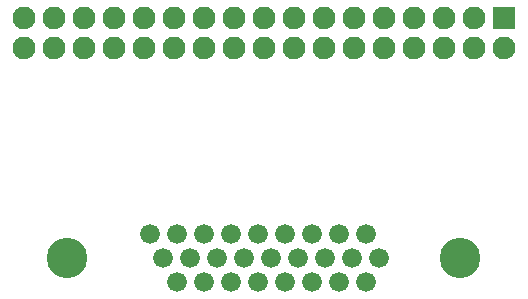
<source format=gbr>
G04 start of page 7 for group -4062 idx -4062 *
G04 Title: (unknown), soldermask *
G04 Creator: pcb 20110918 *
G04 CreationDate: Wed 06 Jul 2016 08:46:05 AM GMT UTC *
G04 For: thomasc *
G04 Format: Gerber/RS-274X *
G04 PCB-Dimensions: 190000 192500 *
G04 PCB-Coordinate-Origin: lower left *
%MOIN*%
%FSLAX25Y25*%
%LNBOTTOMMASK*%
%ADD44C,0.0001*%
%ADD43C,0.0760*%
%ADD42C,0.0660*%
%ADD41C,0.1350*%
G54D41*X29500Y65000D03*
X160500D03*
G54D42*X115500D03*
X120000Y57000D03*
X129000D03*
X124500Y65000D03*
X120000Y73000D03*
X133500Y65000D03*
X129000Y73000D03*
X97500Y65000D03*
X106500D03*
X102000Y57000D03*
Y73000D03*
X111000Y57000D03*
Y73000D03*
X93000Y57000D03*
Y73000D03*
X88500Y65000D03*
X84000Y57000D03*
X79500Y65000D03*
X75000Y57000D03*
X70500Y65000D03*
X66000Y57000D03*
X61500Y65000D03*
X84000Y73000D03*
X75000D03*
X66000D03*
X57000D03*
G54D43*X175000Y135000D03*
G54D44*G36*
X171200Y148800D02*Y141200D01*
X178800D01*
Y148800D01*
X171200D01*
G37*
G54D43*X165000Y145000D03*
X155000D03*
X165000Y135000D03*
X155000D03*
X145000D03*
X135000D03*
X125000D03*
X115000D03*
X145000Y145000D03*
X135000D03*
X125000D03*
X115000D03*
X105000Y135000D03*
X95000D03*
X85000D03*
X105000Y145000D03*
X95000D03*
X85000D03*
X75000D03*
X65000D03*
X55000D03*
X75000Y135000D03*
X65000D03*
X55000D03*
X45000D03*
Y145000D03*
X35000Y135000D03*
X25000D03*
X15000D03*
X35000Y145000D03*
X25000D03*
X15000D03*
M02*

</source>
